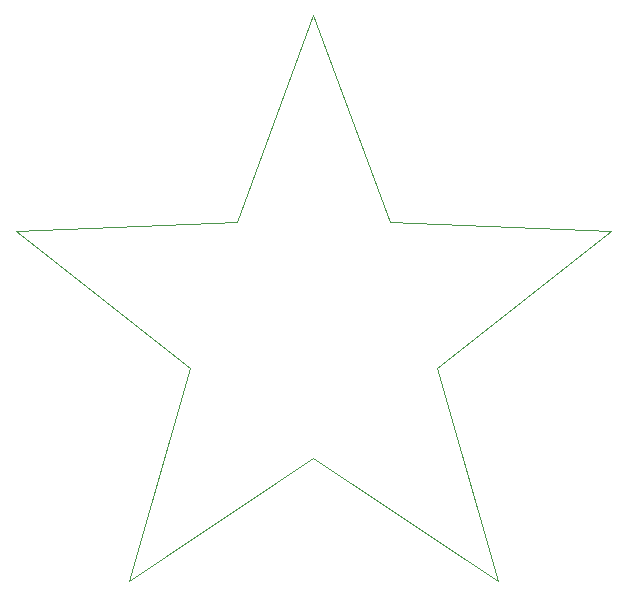
<source format=gbr>
G04 #@! TF.GenerationSoftware,KiCad,Pcbnew,5.0.0-4.fc30*
G04 #@! TF.CreationDate,2018-09-24T02:25:55-07:00*
G04 #@! TF.ProjectId,star,737461722E6B696361645F7063620000,rev?*
G04 #@! TF.SameCoordinates,Original*
G04 #@! TF.FileFunction,Profile,NP*
%FSLAX46Y46*%
G04 Gerber Fmt 4.6, Leading zero omitted, Abs format (unit mm)*
G04 Created by KiCad (PCBNEW 5.0.0-4.fc30) date Mon Sep 24 02:25:55 2018*
%MOMM*%
%LPD*%
G01*
G04 APERTURE LIST*
%ADD10C,0.100000*%
G04 APERTURE END LIST*
D10*
X133900041Y-101951410D02*
X118309931Y-91538667D01*
X118309931Y-91538667D02*
X102729779Y-101966302D01*
X102729779Y-101966302D02*
X107815275Y-83921512D01*
X107815275Y-83921512D02*
X93083475Y-72326222D01*
X93083475Y-72326222D02*
X111816595Y-71586669D01*
X111816595Y-71586669D02*
X118291995Y-53992753D01*
X118291995Y-53992753D02*
X124784203Y-71580475D01*
X124784203Y-71580475D02*
X143518021Y-72302126D01*
X143518021Y-72302126D02*
X128797304Y-83911488D01*
X128797304Y-83911488D02*
X133900041Y-101951410D01*
X133900041Y-101951410D02*
X133900041Y-101951410D01*
M02*

</source>
